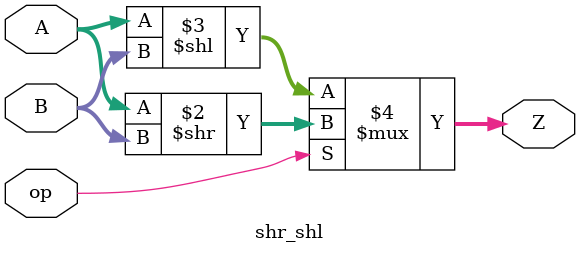
<source format=v>
module shr_shl(
	input wire [31:0]		A, B,
	input wire				op,
	output wire [63:0]	Z
);
	assign Z = (op == 1) ? A >> B : A << B;
endmodule

</source>
